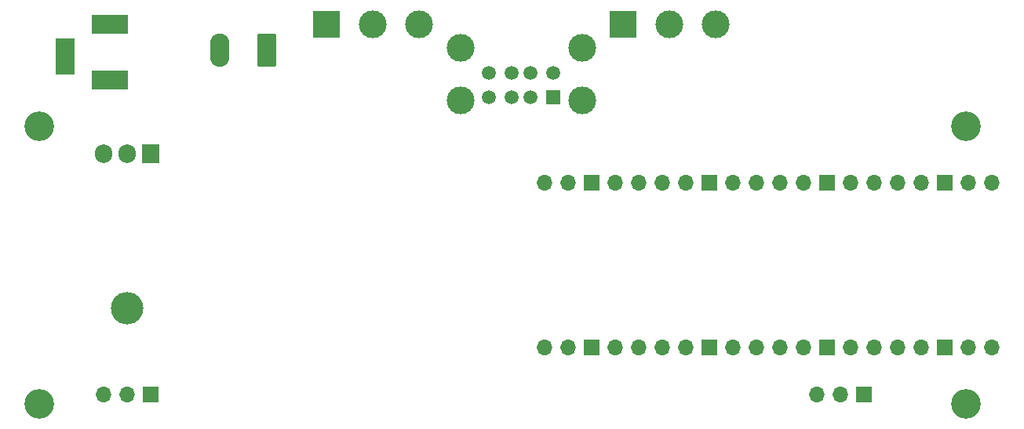
<source format=gbr>
%TF.GenerationSoftware,KiCad,Pcbnew,(7.0.0)*%
%TF.CreationDate,2023-06-19T20:16:09-07:00*%
%TF.ProjectId,main_board,6d61696e-5f62-46f6-9172-642e6b696361,B*%
%TF.SameCoordinates,Original*%
%TF.FileFunction,Soldermask,Top*%
%TF.FilePolarity,Negative*%
%FSLAX46Y46*%
G04 Gerber Fmt 4.6, Leading zero omitted, Abs format (unit mm)*
G04 Created by KiCad (PCBNEW (7.0.0)) date 2023-06-19 20:16:09*
%MOMM*%
%LPD*%
G01*
G04 APERTURE LIST*
G04 Aperture macros list*
%AMRoundRect*
0 Rectangle with rounded corners*
0 $1 Rounding radius*
0 $2 $3 $4 $5 $6 $7 $8 $9 X,Y pos of 4 corners*
0 Add a 4 corners polygon primitive as box body*
4,1,4,$2,$3,$4,$5,$6,$7,$8,$9,$2,$3,0*
0 Add four circle primitives for the rounded corners*
1,1,$1+$1,$2,$3*
1,1,$1+$1,$4,$5*
1,1,$1+$1,$6,$7*
1,1,$1+$1,$8,$9*
0 Add four rect primitives between the rounded corners*
20,1,$1+$1,$2,$3,$4,$5,0*
20,1,$1+$1,$4,$5,$6,$7,0*
20,1,$1+$1,$6,$7,$8,$9,0*
20,1,$1+$1,$8,$9,$2,$3,0*%
G04 Aperture macros list end*
%ADD10R,1.700000X1.700000*%
%ADD11O,1.700000X1.700000*%
%ADD12R,4.000000X2.000000*%
%ADD13R,2.000000X4.000000*%
%ADD14O,3.500000X3.500000*%
%ADD15R,1.905000X2.000000*%
%ADD16O,1.905000X2.000000*%
%ADD17C,3.200000*%
%ADD18R,1.500000X1.500000*%
%ADD19C,1.500000*%
%ADD20C,3.000000*%
%ADD21RoundRect,0.249999X0.790001X1.550001X-0.790001X1.550001X-0.790001X-1.550001X0.790001X-1.550001X0*%
%ADD22O,2.080000X3.600000*%
%ADD23R,3.000000X3.000000*%
G04 APERTURE END LIST*
D10*
%TO.C,J5*%
X100999999Y-80999999D03*
D11*
X98459999Y-80999999D03*
X95919999Y-80999999D03*
%TD*%
D12*
%TO.C,J1*%
X96634999Y-46999999D03*
X96634999Y-40999999D03*
D13*
X91834999Y-44499999D03*
%TD*%
D14*
%TO.C,Q1*%
X98459999Y-71659999D03*
D15*
X100999999Y-54999999D03*
D16*
X98459999Y-54999999D03*
X95919999Y-54999999D03*
%TD*%
D17*
%TO.C,H3*%
X189000000Y-82000000D03*
%TD*%
D10*
%TO.C,J4*%
X177999999Y-80999999D03*
D11*
X175459999Y-80999999D03*
X172919999Y-80999999D03*
%TD*%
D17*
%TO.C,H4*%
X89000000Y-82000000D03*
%TD*%
%TO.C,H1*%
X89000000Y-52000000D03*
%TD*%
D11*
%TO.C,U2*%
X191779999Y-58109999D03*
X189239999Y-58109999D03*
D10*
X186699999Y-58109999D03*
D11*
X184159999Y-58109999D03*
X181619999Y-58109999D03*
X179079999Y-58109999D03*
X176539999Y-58109999D03*
D10*
X173999999Y-58109999D03*
D11*
X171459999Y-58109999D03*
X168919999Y-58109999D03*
X166379999Y-58109999D03*
X163839999Y-58109999D03*
D10*
X161299999Y-58109999D03*
D11*
X158759999Y-58109999D03*
X156219999Y-58109999D03*
X153679999Y-58109999D03*
X151139999Y-58109999D03*
D10*
X148599999Y-58109999D03*
D11*
X146059999Y-58109999D03*
X143519999Y-58109999D03*
X143519999Y-75889999D03*
X146059999Y-75889999D03*
D10*
X148599999Y-75889999D03*
D11*
X151139999Y-75889999D03*
X153679999Y-75889999D03*
X156219999Y-75889999D03*
X158759999Y-75889999D03*
D10*
X161299999Y-75889999D03*
D11*
X163839999Y-75889999D03*
X166379999Y-75889999D03*
X168919999Y-75889999D03*
X171459999Y-75889999D03*
D10*
X173999999Y-75889999D03*
D11*
X176539999Y-75889999D03*
X179079999Y-75889999D03*
X181619999Y-75889999D03*
X184159999Y-75889999D03*
D10*
X186699999Y-75889999D03*
D11*
X189239999Y-75889999D03*
X191779999Y-75889999D03*
%TD*%
D18*
%TO.C,J3*%
X144499999Y-48879999D03*
D19*
X142000000Y-48880000D03*
X140000000Y-48880000D03*
X137500000Y-48880000D03*
X144500000Y-46260000D03*
X142000000Y-46260000D03*
X140000000Y-46260000D03*
X137500000Y-46260000D03*
D20*
X147570000Y-49230000D03*
X147570000Y-43550000D03*
X134430000Y-49230000D03*
X134430000Y-43550000D03*
%TD*%
D17*
%TO.C,H2*%
X189000000Y-52000000D03*
%TD*%
D21*
%TO.C,J2*%
X113540000Y-43777500D03*
D22*
X108459999Y-43777499D03*
%TD*%
D23*
%TO.C,RV1*%
X119999999Y-40999999D03*
D20*
X125000000Y-41000000D03*
X130000000Y-41000000D03*
%TD*%
D23*
%TO.C,RV2*%
X151999999Y-40999999D03*
D20*
X157000000Y-41000000D03*
X162000000Y-41000000D03*
%TD*%
M02*

</source>
